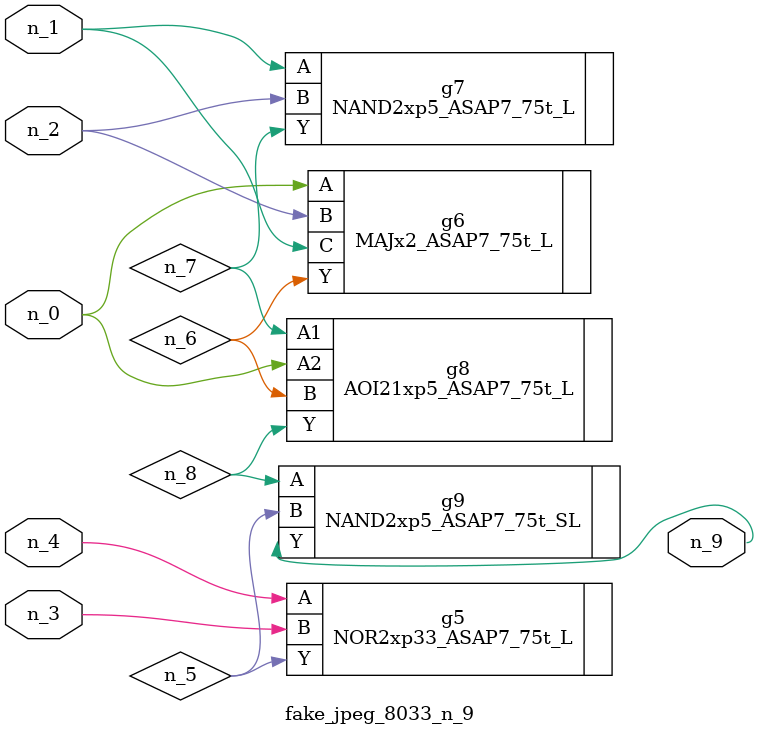
<source format=v>
module fake_jpeg_8033_n_9 (n_3, n_2, n_1, n_0, n_4, n_9);

input n_3;
input n_2;
input n_1;
input n_0;
input n_4;

output n_9;

wire n_8;
wire n_6;
wire n_5;
wire n_7;

NOR2xp33_ASAP7_75t_L g5 ( 
.A(n_4),
.B(n_3),
.Y(n_5)
);

MAJx2_ASAP7_75t_L g6 ( 
.A(n_0),
.B(n_2),
.C(n_1),
.Y(n_6)
);

NAND2xp5_ASAP7_75t_L g7 ( 
.A(n_1),
.B(n_2),
.Y(n_7)
);

AOI21xp5_ASAP7_75t_L g8 ( 
.A1(n_7),
.A2(n_0),
.B(n_6),
.Y(n_8)
);

NAND2xp5_ASAP7_75t_SL g9 ( 
.A(n_8),
.B(n_5),
.Y(n_9)
);


endmodule
</source>
